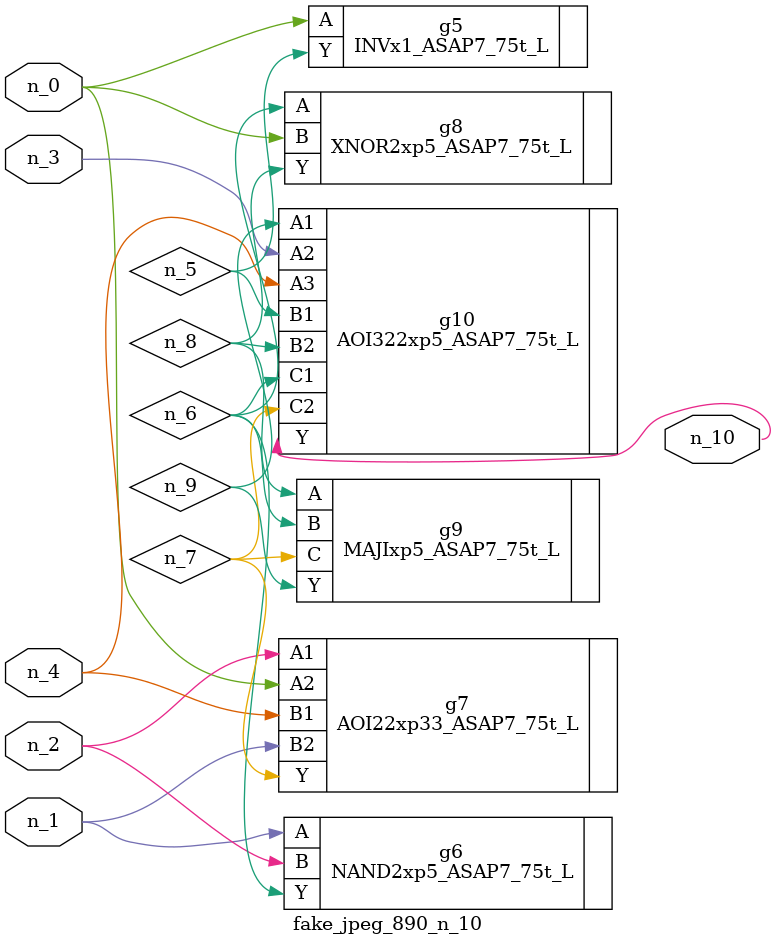
<source format=v>
module fake_jpeg_890_n_10 (n_3, n_2, n_1, n_0, n_4, n_10);

input n_3;
input n_2;
input n_1;
input n_0;
input n_4;

output n_10;

wire n_8;
wire n_9;
wire n_6;
wire n_5;
wire n_7;

INVx1_ASAP7_75t_L g5 ( 
.A(n_0),
.Y(n_5)
);

NAND2xp5_ASAP7_75t_L g6 ( 
.A(n_1),
.B(n_2),
.Y(n_6)
);

AOI22xp33_ASAP7_75t_L g7 ( 
.A1(n_2),
.A2(n_0),
.B1(n_4),
.B2(n_1),
.Y(n_7)
);

XNOR2xp5_ASAP7_75t_L g8 ( 
.A(n_6),
.B(n_0),
.Y(n_8)
);

MAJIxp5_ASAP7_75t_L g9 ( 
.A(n_8),
.B(n_6),
.C(n_7),
.Y(n_9)
);

AOI322xp5_ASAP7_75t_L g10 ( 
.A1(n_9),
.A2(n_3),
.A3(n_4),
.B1(n_5),
.B2(n_8),
.C1(n_6),
.C2(n_7),
.Y(n_10)
);


endmodule
</source>
